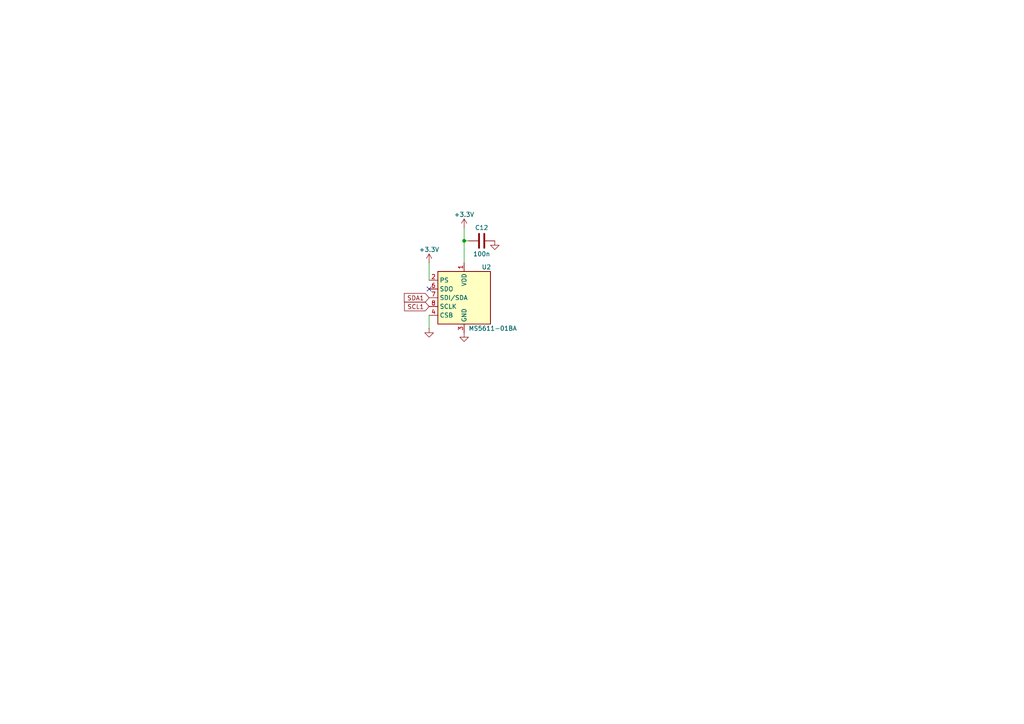
<source format=kicad_sch>
(kicad_sch (version 20231120) (generator "eeschema") (generator_version "8.0")
  (paper "A4")
  (lib_symbols
    (symbol "Device:C" (pin_numbers hide) (pin_names (offset 0.254))
      (property "Reference" "C" (at 0.635 2.54 0))
      (property "Value" "C" (at 0.635 -2.54 0))
      (symbol "C_0_1"
        (polyline (pts (xy -2.032 -0.762) (xy 2.032 -0.762)) (stroke (width 0.508)))
        (polyline (pts (xy -2.032 0.762) (xy 2.032 0.762)) (stroke (width 0.508)))
      )
      (symbol "C_1_1"
        (pin passive line (at 0 3.81 270) (length 2.794) (name "~") (number "1"))
        (pin passive line (at 0 -3.81 90) (length 2.794) (name "~") (number "2"))
      )
    )
    (symbol "Sensor_Pressure:MS5611-01BA"
      (property "Reference" "U" (at -6.35 8.89 0))
      (property "Value" "MS5611-01BA" (at 7.62 8.89 0))
      (symbol "MS5611-01BA_0_1"
        (rectangle (start -7.62 7.62) (end 7.62 -7.62) (stroke (width 0.254)) (fill (type background)))
      )
      (symbol "MS5611-01BA_1_1"
        (pin power_in line (at 0 10.16 270) (length 2.54) (name "VDD") (number "1"))
        (pin input line (at -10.16 5.08 0) (length 2.54) (name "PS") (number "2"))
        (pin power_in line (at 0 -10.16 90) (length 2.54) (name "GND") (number "3"))
        (pin input line (at -10.16 -5.08 0) (length 2.54) (name "CSB") (number "4"))
        (pin input line (at -10.16 -5.08 0) (length 2.54) hide (name "CSB") (number "5"))
        (pin output line (at -10.16 2.54 0) (length 2.54) (name "SDO") (number "6"))
        (pin bidirectional line (at -10.16 0 0) (length 2.54) (name "SDI/SDA") (number "7"))
        (pin input line (at -10.16 -2.54 0) (length 2.54) (name "SCLK") (number "8"))
      )
    )
    (symbol "power:+3.3V" (power) (pin_numbers hide) (pin_names (offset 0) hide)
      (property "Value" "+3.3V" (at 0 3.556 0))
      (symbol "+3.3V_0_1"
        (polyline (pts (xy -0.762 1.27) (xy 0 2.54)))
        (polyline (pts (xy 0 0) (xy 0 2.54)))
        (polyline (pts (xy 0 2.54) (xy 0.762 1.27)))
      )
      (symbol "+3.3V_1_1"
        (pin power_in line (at 0 0 90) (length 0) (name "~") (number "1"))
      )
    )
    (symbol "power:GND" (power) (pin_numbers hide) (pin_names (offset 0) hide)
      (property "Value" "GND" (at 0 -3.81 0))
      (symbol "GND_0_1"
        (polyline (pts (xy 0 0) (xy 0 -1.27) (xy 1.27 -1.27) (xy 0 -2.54) (xy -1.27 -1.27) (xy 0 -1.27)))
      )
      (symbol "GND_1_1"
        (pin power_in line (at 0 0 270) (length 0) (name "~") (number "1"))
      )
    )
  )
  (junction (at 134.62 69.85))
  (no_connect (at 124.46 83.82))
  (wire (pts (xy 124.46 91.44) (xy 124.46 95.25)))
  (wire (pts (xy 134.62 69.85) (xy 135.89 69.85)))
  (wire (pts (xy 134.62 69.85) (xy 134.62 76.2)))
  (wire (pts (xy 124.46 76.2) (xy 124.46 81.28)))
  (wire (pts (xy 134.62 66.04) (xy 134.62 69.85)))
  (global_label "SDA1" (shape input) (at 124.46 86.36 180) (property "Intersheetrefs" "${INTERSHEET_REFS}" (effects (hide yes))))
  (global_label "SCL1" (shape input) (at 124.46 88.9 180) (property "Intersheetrefs" "${INTERSHEET_REFS}" (effects (hide yes))))
  (symbol (lib_id "Device:C") (at 139.7 69.85 90) (unit 1)
    (property "Reference" "C12" (at 139.7 66.04 90))
    (property "Value" "100n" (at 139.7 73.66 90))
    (property "Footprint" "Capacitor_SMD:C_0805_2012Metric" (effects (hide yes)))
    (property "Description" "Unpolarized capacitor" (effects (hide yes)))
  )
  (symbol (lib_id "power:+3.3V") (at 124.46 76.2 0) (unit 1)
    (property "Reference" "#PWR028" (effects (hide yes)))
    (property "Value" "+3.3V" (at 124.46 72.39 0))
    (property "Description" "Power symbol creates a global label with name \"+3.3V\"" (effects (hide yes)))
  )
  (symbol (lib_id "Sensor_Pressure:MS5611-01BA") (at 134.62 86.36 0) (unit 1)
    (property "Reference" "U2" (at 139.7 77.47 0) (effects (justify left)))
    (property "Value" "MS5611-01BA" (at 135.89 95.25 0) (effects (justify left)))
    (property "Footprint" "Package_LGA:LGA-8_3x5mm_P1.25mm" (effects (hide yes)))
    (property "Datasheet" "https://www.te.com/commerce/DocumentDelivery/DDEController?Action=srchrtrv&DocNm=MS5611-01BA03&DocType=Data+Sheet&DocLang=English" (effects (hide yes)))
    (property "Description" "Barometric pressure sensor, 10cm resolution, 10 to 1200 mbar, I2C and SPI interface up to 20MHz, LGA-8" (effects (hide yes)))
  )
  (symbol (lib_id "power:GND") (at 124.46 95.25 0) (unit 1)
    (property "Reference" "#PWR029" (effects (hide yes)))
    (property "Value" "GND" (effects (hide yes)))
    (property "Description" "Power symbol creates a global label with name \"GND\" , ground" (effects (hide yes)))
  )
  (symbol (lib_id "power:GND") (at 143.51 69.85 0) (unit 1)
    (property "Reference" "#PWR027" (effects (hide yes)))
    (property "Value" "GND" (effects (hide yes)))
    (property "Description" "Power symbol creates a global label with name \"GND\" , ground" (effects (hide yes)))
  )
  (symbol (lib_id "power:GND") (at 134.62 96.52 0) (unit 1)
    (property "Reference" "#PWR030" (effects (hide yes)))
    (property "Value" "GND" (effects (hide yes)))
    (property "Description" "Power symbol creates a global label with name \"GND\" , ground" (effects (hide yes)))
  )
  (symbol (lib_id "power:+3.3V") (at 134.62 66.04 0) (unit 1)
    (property "Reference" "#PWR026" (effects (hide yes)))
    (property "Value" "+3.3V" (at 134.62 62.23 0))
    (property "Description" "Power symbol creates a global label with name \"+3.3V\"" (effects (hide yes)))
  )
)
</source>
